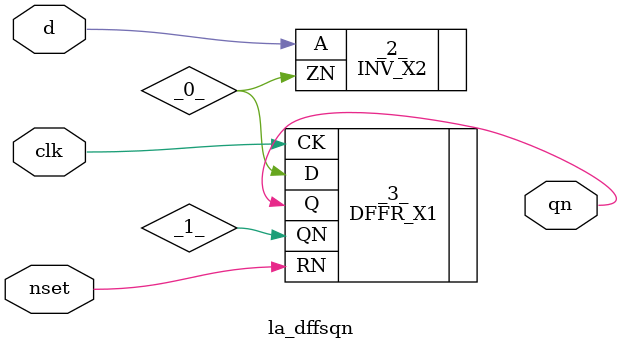
<source format=v>

/* Generated by Yosys 0.44 (git sha1 80ba43d26, g++ 11.4.0-1ubuntu1~22.04 -fPIC -O3) */

(* top =  1  *)
(* src = "inputs/la_dffsqn.v:11.1-24.10" *)
module la_dffsqn (
    d,
    clk,
    nset,
    qn
);
  (* src = "inputs/la_dffsqn.v:20.3-22.19" *)
  wire _0_;
  (* unused_bits = "0" *)
  wire _1_;
  (* src = "inputs/la_dffsqn.v:15.11-15.14" *)
  input clk;
  wire clk;
  (* src = "inputs/la_dffsqn.v:14.11-14.12" *)
  input d;
  wire d;
  (* src = "inputs/la_dffsqn.v:16.11-16.15" *)
  input nset;
  wire nset;
  (* src = "inputs/la_dffsqn.v:17.16-17.18" *)
  output qn;
  wire qn;
  INV_X2 _2_ (
      .A (d),
      .ZN(_0_)
  );
  (* src = "inputs/la_dffsqn.v:20.3-22.19" *)
  DFFR_X1 _3_ (
      .CK(clk),
      .D (_0_),
      .Q (qn),
      .QN(_1_),
      .RN(nset)
  );
endmodule

</source>
